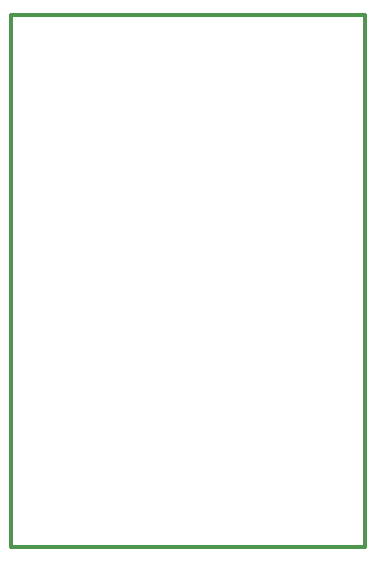
<source format=gbr>
G04 #@! TF.GenerationSoftware,KiCad,Pcbnew,(5.1.12)-1*
G04 #@! TF.CreationDate,2021-11-30T21:54:39+03:00*
G04 #@! TF.ProjectId,ITR-1,4954522d-312e-46b6-9963-61645f706362,rev?*
G04 #@! TF.SameCoordinates,Original*
G04 #@! TF.FileFunction,Profile,NP*
%FSLAX46Y46*%
G04 Gerber Fmt 4.6, Leading zero omitted, Abs format (unit mm)*
G04 Created by KiCad (PCBNEW (5.1.12)-1) date 2021-11-30 21:54:39*
%MOMM*%
%LPD*%
G01*
G04 APERTURE LIST*
G04 #@! TA.AperFunction,Profile*
%ADD10C,0.300000*%
G04 #@! TD*
G04 APERTURE END LIST*
D10*
X130000000Y-100000000D02*
X100000000Y-100000000D01*
X130000000Y-55000000D02*
X130000000Y-100000000D01*
X100000000Y-55000000D02*
X130000000Y-55000000D01*
X100000000Y-100000000D02*
X100000000Y-55000000D01*
M02*

</source>
